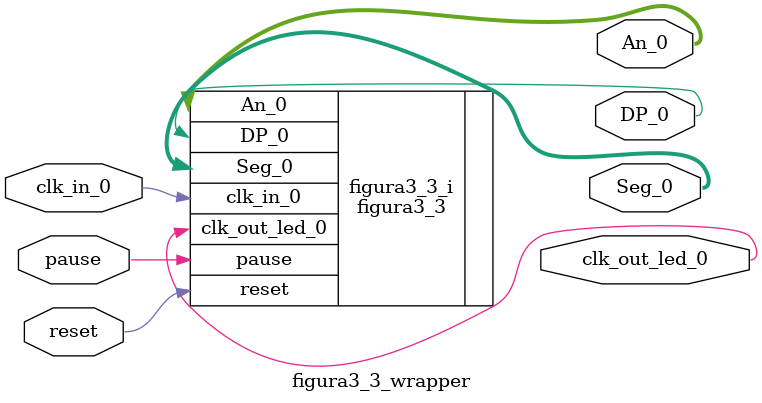
<source format=v>
`timescale 1 ps / 1 ps

module figura3_3_wrapper
   (An_0,
    DP_0,
    Seg_0,
    clk_in_0,
    clk_out_led_0,
    pause,
    reset);
  output [7:0]An_0;
  output DP_0;
  output [6:0]Seg_0;
  input clk_in_0;
  output clk_out_led_0;
  input pause;
  input reset;

  wire [7:0]An_0;
  wire DP_0;
  wire [6:0]Seg_0;
  wire clk_in_0;
  wire clk_out_led_0;
  wire pause;
  wire reset;

  figura3_3 figura3_3_i
       (.An_0(An_0),
        .DP_0(DP_0),
        .Seg_0(Seg_0),
        .clk_in_0(clk_in_0),
        .clk_out_led_0(clk_out_led_0),
        .pause(pause),
        .reset(reset));
endmodule

</source>
